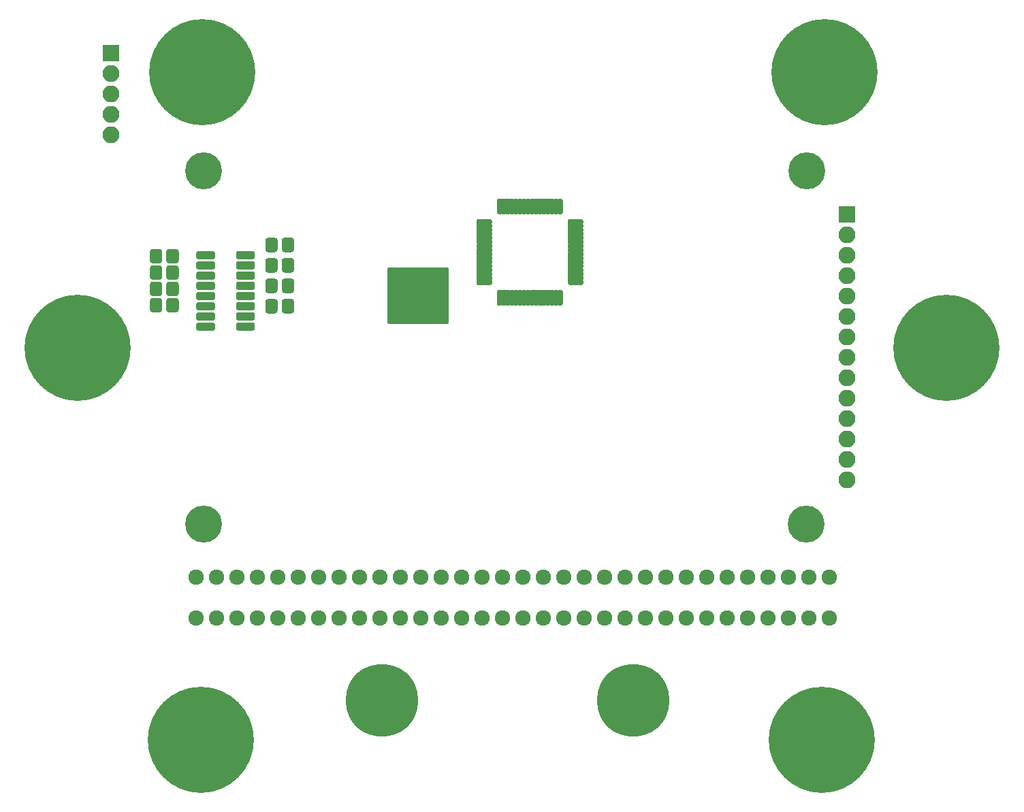
<source format=gbr>
G04 #@! TF.GenerationSoftware,KiCad,Pcbnew,5.1.6-c6e7f7d~86~ubuntu18.04.1*
G04 #@! TF.CreationDate,2020-07-20T00:11:47+01:00*
G04 #@! TF.ProjectId,ServerPSU_Breakout,53657276-6572-4505-9355-5f427265616b,rev?*
G04 #@! TF.SameCoordinates,Original*
G04 #@! TF.FileFunction,Soldermask,Bot*
G04 #@! TF.FilePolarity,Negative*
%FSLAX46Y46*%
G04 Gerber Fmt 4.6, Leading zero omitted, Abs format (unit mm)*
G04 Created by KiCad (PCBNEW 5.1.6-c6e7f7d~86~ubuntu18.04.1) date 2020-07-20 00:11:47*
%MOMM*%
%LPD*%
G01*
G04 APERTURE LIST*
%ADD10C,4.600000*%
%ADD11O,2.100000X2.100000*%
%ADD12R,2.100000X2.100000*%
%ADD13C,13.200000*%
%ADD14C,1.300000*%
%ADD15C,9.000000*%
%ADD16C,1.924000*%
%ADD17C,0.254000*%
G04 APERTURE END LIST*
D10*
X198297800Y-64160400D03*
D11*
X203276200Y-84886800D03*
X203276200Y-102666800D03*
X203276200Y-82346800D03*
X203276200Y-74726800D03*
D10*
X123266200Y-108127800D03*
D11*
X203276200Y-97586800D03*
D10*
X198221600Y-108127800D03*
D11*
X203276200Y-92506800D03*
X203276200Y-87426800D03*
D12*
X203276200Y-69646800D03*
D11*
X203276200Y-100126800D03*
D10*
X123266200Y-64185800D03*
D11*
X203276200Y-72186800D03*
X203276200Y-79806800D03*
X203276200Y-89966800D03*
X203276200Y-95046800D03*
X203276200Y-77266800D03*
D13*
X215646000Y-86233000D03*
D14*
X220446000Y-86233000D03*
X219040113Y-89627113D03*
X215646000Y-91033000D03*
X212251887Y-89627113D03*
X210846000Y-86233000D03*
X212251887Y-82838887D03*
X215646000Y-81433000D03*
X219040113Y-82838887D03*
D13*
X107569000Y-86233000D03*
D14*
X112369000Y-86233000D03*
X110963113Y-89627113D03*
X107569000Y-91033000D03*
X104174887Y-89627113D03*
X102769000Y-86233000D03*
X104174887Y-82838887D03*
X107569000Y-81433000D03*
X110963113Y-82838887D03*
D13*
X122872500Y-134937500D03*
D14*
X127672500Y-134937500D03*
X126266613Y-138331613D03*
X122872500Y-139737500D03*
X119478387Y-138331613D03*
X118072500Y-134937500D03*
X119478387Y-131543387D03*
X122872500Y-130137500D03*
X126266613Y-131543387D03*
D13*
X200152000Y-134937500D03*
D14*
X204952000Y-134937500D03*
X203546113Y-138331613D03*
X200152000Y-139737500D03*
X196757887Y-138331613D03*
X195352000Y-134937500D03*
X196757887Y-131543387D03*
X200152000Y-130137500D03*
X203546113Y-131543387D03*
D13*
X200469500Y-51943000D03*
D14*
X205269500Y-51943000D03*
X203863613Y-55337113D03*
X200469500Y-56743000D03*
X197075387Y-55337113D03*
X195669500Y-51943000D03*
X197075387Y-48548887D03*
X200469500Y-47143000D03*
X203863613Y-48548887D03*
X126457113Y-48548887D03*
X123063000Y-47143000D03*
X119668887Y-48548887D03*
X118263000Y-51943000D03*
X119668887Y-55337113D03*
X123063000Y-56743000D03*
X126457113Y-55337113D03*
X127863000Y-51943000D03*
D13*
X123063000Y-51943000D03*
D14*
X147695419Y-127767581D03*
X145415000Y-126823000D03*
X143134581Y-127767581D03*
X142190000Y-130048000D03*
X143134581Y-132328419D03*
X145415000Y-133273000D03*
X147695419Y-132328419D03*
X148640000Y-130048000D03*
D15*
X145415000Y-130048000D03*
D14*
X178937419Y-127767581D03*
X176657000Y-126823000D03*
X174376581Y-127767581D03*
X173432000Y-130048000D03*
X174376581Y-132328419D03*
X176657000Y-133273000D03*
X178937419Y-132328419D03*
X179882000Y-130048000D03*
D15*
X176657000Y-130048000D03*
G36*
G01*
X124684000Y-74426000D02*
X124684000Y-74926000D01*
G75*
G02*
X124434000Y-75176000I-250000J0D01*
G01*
X122584000Y-75176000D01*
G75*
G02*
X122334000Y-74926000I0J250000D01*
G01*
X122334000Y-74426000D01*
G75*
G02*
X122584000Y-74176000I250000J0D01*
G01*
X124434000Y-74176000D01*
G75*
G02*
X124684000Y-74426000I0J-250000D01*
G01*
G37*
G36*
G01*
X124684000Y-75696000D02*
X124684000Y-76196000D01*
G75*
G02*
X124434000Y-76446000I-250000J0D01*
G01*
X122584000Y-76446000D01*
G75*
G02*
X122334000Y-76196000I0J250000D01*
G01*
X122334000Y-75696000D01*
G75*
G02*
X122584000Y-75446000I250000J0D01*
G01*
X124434000Y-75446000D01*
G75*
G02*
X124684000Y-75696000I0J-250000D01*
G01*
G37*
G36*
G01*
X124684000Y-76966000D02*
X124684000Y-77466000D01*
G75*
G02*
X124434000Y-77716000I-250000J0D01*
G01*
X122584000Y-77716000D01*
G75*
G02*
X122334000Y-77466000I0J250000D01*
G01*
X122334000Y-76966000D01*
G75*
G02*
X122584000Y-76716000I250000J0D01*
G01*
X124434000Y-76716000D01*
G75*
G02*
X124684000Y-76966000I0J-250000D01*
G01*
G37*
G36*
G01*
X124684000Y-78236000D02*
X124684000Y-78736000D01*
G75*
G02*
X124434000Y-78986000I-250000J0D01*
G01*
X122584000Y-78986000D01*
G75*
G02*
X122334000Y-78736000I0J250000D01*
G01*
X122334000Y-78236000D01*
G75*
G02*
X122584000Y-77986000I250000J0D01*
G01*
X124434000Y-77986000D01*
G75*
G02*
X124684000Y-78236000I0J-250000D01*
G01*
G37*
G36*
G01*
X124684000Y-79506000D02*
X124684000Y-80006000D01*
G75*
G02*
X124434000Y-80256000I-250000J0D01*
G01*
X122584000Y-80256000D01*
G75*
G02*
X122334000Y-80006000I0J250000D01*
G01*
X122334000Y-79506000D01*
G75*
G02*
X122584000Y-79256000I250000J0D01*
G01*
X124434000Y-79256000D01*
G75*
G02*
X124684000Y-79506000I0J-250000D01*
G01*
G37*
G36*
G01*
X124684000Y-80776000D02*
X124684000Y-81276000D01*
G75*
G02*
X124434000Y-81526000I-250000J0D01*
G01*
X122584000Y-81526000D01*
G75*
G02*
X122334000Y-81276000I0J250000D01*
G01*
X122334000Y-80776000D01*
G75*
G02*
X122584000Y-80526000I250000J0D01*
G01*
X124434000Y-80526000D01*
G75*
G02*
X124684000Y-80776000I0J-250000D01*
G01*
G37*
G36*
G01*
X124684000Y-82046000D02*
X124684000Y-82546000D01*
G75*
G02*
X124434000Y-82796000I-250000J0D01*
G01*
X122584000Y-82796000D01*
G75*
G02*
X122334000Y-82546000I0J250000D01*
G01*
X122334000Y-82046000D01*
G75*
G02*
X122584000Y-81796000I250000J0D01*
G01*
X124434000Y-81796000D01*
G75*
G02*
X124684000Y-82046000I0J-250000D01*
G01*
G37*
G36*
G01*
X124684000Y-83316000D02*
X124684000Y-83816000D01*
G75*
G02*
X124434000Y-84066000I-250000J0D01*
G01*
X122584000Y-84066000D01*
G75*
G02*
X122334000Y-83816000I0J250000D01*
G01*
X122334000Y-83316000D01*
G75*
G02*
X122584000Y-83066000I250000J0D01*
G01*
X124434000Y-83066000D01*
G75*
G02*
X124684000Y-83316000I0J-250000D01*
G01*
G37*
G36*
G01*
X129634000Y-83316000D02*
X129634000Y-83816000D01*
G75*
G02*
X129384000Y-84066000I-250000J0D01*
G01*
X127534000Y-84066000D01*
G75*
G02*
X127284000Y-83816000I0J250000D01*
G01*
X127284000Y-83316000D01*
G75*
G02*
X127534000Y-83066000I250000J0D01*
G01*
X129384000Y-83066000D01*
G75*
G02*
X129634000Y-83316000I0J-250000D01*
G01*
G37*
G36*
G01*
X129634000Y-82046000D02*
X129634000Y-82546000D01*
G75*
G02*
X129384000Y-82796000I-250000J0D01*
G01*
X127534000Y-82796000D01*
G75*
G02*
X127284000Y-82546000I0J250000D01*
G01*
X127284000Y-82046000D01*
G75*
G02*
X127534000Y-81796000I250000J0D01*
G01*
X129384000Y-81796000D01*
G75*
G02*
X129634000Y-82046000I0J-250000D01*
G01*
G37*
G36*
G01*
X129634000Y-80776000D02*
X129634000Y-81276000D01*
G75*
G02*
X129384000Y-81526000I-250000J0D01*
G01*
X127534000Y-81526000D01*
G75*
G02*
X127284000Y-81276000I0J250000D01*
G01*
X127284000Y-80776000D01*
G75*
G02*
X127534000Y-80526000I250000J0D01*
G01*
X129384000Y-80526000D01*
G75*
G02*
X129634000Y-80776000I0J-250000D01*
G01*
G37*
G36*
G01*
X129634000Y-79506000D02*
X129634000Y-80006000D01*
G75*
G02*
X129384000Y-80256000I-250000J0D01*
G01*
X127534000Y-80256000D01*
G75*
G02*
X127284000Y-80006000I0J250000D01*
G01*
X127284000Y-79506000D01*
G75*
G02*
X127534000Y-79256000I250000J0D01*
G01*
X129384000Y-79256000D01*
G75*
G02*
X129634000Y-79506000I0J-250000D01*
G01*
G37*
G36*
G01*
X129634000Y-78236000D02*
X129634000Y-78736000D01*
G75*
G02*
X129384000Y-78986000I-250000J0D01*
G01*
X127534000Y-78986000D01*
G75*
G02*
X127284000Y-78736000I0J250000D01*
G01*
X127284000Y-78236000D01*
G75*
G02*
X127534000Y-77986000I250000J0D01*
G01*
X129384000Y-77986000D01*
G75*
G02*
X129634000Y-78236000I0J-250000D01*
G01*
G37*
G36*
G01*
X129634000Y-76966000D02*
X129634000Y-77466000D01*
G75*
G02*
X129384000Y-77716000I-250000J0D01*
G01*
X127534000Y-77716000D01*
G75*
G02*
X127284000Y-77466000I0J250000D01*
G01*
X127284000Y-76966000D01*
G75*
G02*
X127534000Y-76716000I250000J0D01*
G01*
X129384000Y-76716000D01*
G75*
G02*
X129634000Y-76966000I0J-250000D01*
G01*
G37*
G36*
G01*
X129634000Y-75696000D02*
X129634000Y-76196000D01*
G75*
G02*
X129384000Y-76446000I-250000J0D01*
G01*
X127534000Y-76446000D01*
G75*
G02*
X127284000Y-76196000I0J250000D01*
G01*
X127284000Y-75696000D01*
G75*
G02*
X127534000Y-75446000I250000J0D01*
G01*
X129384000Y-75446000D01*
G75*
G02*
X129634000Y-75696000I0J-250000D01*
G01*
G37*
G36*
G01*
X129634000Y-74426000D02*
X129634000Y-74926000D01*
G75*
G02*
X129384000Y-75176000I-250000J0D01*
G01*
X127534000Y-75176000D01*
G75*
G02*
X127284000Y-74926000I0J250000D01*
G01*
X127284000Y-74426000D01*
G75*
G02*
X127534000Y-74176000I250000J0D01*
G01*
X129384000Y-74176000D01*
G75*
G02*
X129634000Y-74426000I0J-250000D01*
G01*
G37*
G36*
G01*
X132965000Y-79049044D02*
X132965000Y-77922956D01*
G75*
G02*
X133301956Y-77586000I336956J0D01*
G01*
X134178044Y-77586000D01*
G75*
G02*
X134515000Y-77922956I0J-336956D01*
G01*
X134515000Y-79049044D01*
G75*
G02*
X134178044Y-79386000I-336956J0D01*
G01*
X133301956Y-79386000D01*
G75*
G02*
X132965000Y-79049044I0J336956D01*
G01*
G37*
G36*
G01*
X130915000Y-79049044D02*
X130915000Y-77922956D01*
G75*
G02*
X131251956Y-77586000I336956J0D01*
G01*
X132128044Y-77586000D01*
G75*
G02*
X132465000Y-77922956I0J-336956D01*
G01*
X132465000Y-79049044D01*
G75*
G02*
X132128044Y-79386000I-336956J0D01*
G01*
X131251956Y-79386000D01*
G75*
G02*
X130915000Y-79049044I0J336956D01*
G01*
G37*
G36*
G01*
X132965000Y-76509044D02*
X132965000Y-75382956D01*
G75*
G02*
X133301956Y-75046000I336956J0D01*
G01*
X134178044Y-75046000D01*
G75*
G02*
X134515000Y-75382956I0J-336956D01*
G01*
X134515000Y-76509044D01*
G75*
G02*
X134178044Y-76846000I-336956J0D01*
G01*
X133301956Y-76846000D01*
G75*
G02*
X132965000Y-76509044I0J336956D01*
G01*
G37*
G36*
G01*
X130915000Y-76509044D02*
X130915000Y-75382956D01*
G75*
G02*
X131251956Y-75046000I336956J0D01*
G01*
X132128044Y-75046000D01*
G75*
G02*
X132465000Y-75382956I0J-336956D01*
G01*
X132465000Y-76509044D01*
G75*
G02*
X132128044Y-76846000I-336956J0D01*
G01*
X131251956Y-76846000D01*
G75*
G02*
X130915000Y-76509044I0J336956D01*
G01*
G37*
G36*
G01*
X132965000Y-81589044D02*
X132965000Y-80462956D01*
G75*
G02*
X133301956Y-80126000I336956J0D01*
G01*
X134178044Y-80126000D01*
G75*
G02*
X134515000Y-80462956I0J-336956D01*
G01*
X134515000Y-81589044D01*
G75*
G02*
X134178044Y-81926000I-336956J0D01*
G01*
X133301956Y-81926000D01*
G75*
G02*
X132965000Y-81589044I0J336956D01*
G01*
G37*
G36*
G01*
X130915000Y-81589044D02*
X130915000Y-80462956D01*
G75*
G02*
X131251956Y-80126000I336956J0D01*
G01*
X132128044Y-80126000D01*
G75*
G02*
X132465000Y-80462956I0J-336956D01*
G01*
X132465000Y-81589044D01*
G75*
G02*
X132128044Y-81926000I-336956J0D01*
G01*
X131251956Y-81926000D01*
G75*
G02*
X130915000Y-81589044I0J336956D01*
G01*
G37*
G36*
G01*
X132965000Y-73969044D02*
X132965000Y-72842956D01*
G75*
G02*
X133301956Y-72506000I336956J0D01*
G01*
X134178044Y-72506000D01*
G75*
G02*
X134515000Y-72842956I0J-336956D01*
G01*
X134515000Y-73969044D01*
G75*
G02*
X134178044Y-74306000I-336956J0D01*
G01*
X133301956Y-74306000D01*
G75*
G02*
X132965000Y-73969044I0J336956D01*
G01*
G37*
G36*
G01*
X130915000Y-73969044D02*
X130915000Y-72842956D01*
G75*
G02*
X131251956Y-72506000I336956J0D01*
G01*
X132128044Y-72506000D01*
G75*
G02*
X132465000Y-72842956I0J-336956D01*
G01*
X132465000Y-73969044D01*
G75*
G02*
X132128044Y-74306000I-336956J0D01*
G01*
X131251956Y-74306000D01*
G75*
G02*
X130915000Y-73969044I0J336956D01*
G01*
G37*
G36*
G01*
X118114000Y-80335956D02*
X118114000Y-81462044D01*
G75*
G02*
X117777044Y-81799000I-336956J0D01*
G01*
X116900956Y-81799000D01*
G75*
G02*
X116564000Y-81462044I0J336956D01*
G01*
X116564000Y-80335956D01*
G75*
G02*
X116900956Y-79999000I336956J0D01*
G01*
X117777044Y-79999000D01*
G75*
G02*
X118114000Y-80335956I0J-336956D01*
G01*
G37*
G36*
G01*
X120164000Y-80335956D02*
X120164000Y-81462044D01*
G75*
G02*
X119827044Y-81799000I-336956J0D01*
G01*
X118950956Y-81799000D01*
G75*
G02*
X118614000Y-81462044I0J336956D01*
G01*
X118614000Y-80335956D01*
G75*
G02*
X118950956Y-79999000I336956J0D01*
G01*
X119827044Y-79999000D01*
G75*
G02*
X120164000Y-80335956I0J-336956D01*
G01*
G37*
G36*
G01*
X118114000Y-74239956D02*
X118114000Y-75366044D01*
G75*
G02*
X117777044Y-75703000I-336956J0D01*
G01*
X116900956Y-75703000D01*
G75*
G02*
X116564000Y-75366044I0J336956D01*
G01*
X116564000Y-74239956D01*
G75*
G02*
X116900956Y-73903000I336956J0D01*
G01*
X117777044Y-73903000D01*
G75*
G02*
X118114000Y-74239956I0J-336956D01*
G01*
G37*
G36*
G01*
X120164000Y-74239956D02*
X120164000Y-75366044D01*
G75*
G02*
X119827044Y-75703000I-336956J0D01*
G01*
X118950956Y-75703000D01*
G75*
G02*
X118614000Y-75366044I0J336956D01*
G01*
X118614000Y-74239956D01*
G75*
G02*
X118950956Y-73903000I336956J0D01*
G01*
X119827044Y-73903000D01*
G75*
G02*
X120164000Y-74239956I0J-336956D01*
G01*
G37*
G36*
G01*
X118114000Y-76271956D02*
X118114000Y-77398044D01*
G75*
G02*
X117777044Y-77735000I-336956J0D01*
G01*
X116900956Y-77735000D01*
G75*
G02*
X116564000Y-77398044I0J336956D01*
G01*
X116564000Y-76271956D01*
G75*
G02*
X116900956Y-75935000I336956J0D01*
G01*
X117777044Y-75935000D01*
G75*
G02*
X118114000Y-76271956I0J-336956D01*
G01*
G37*
G36*
G01*
X120164000Y-76271956D02*
X120164000Y-77398044D01*
G75*
G02*
X119827044Y-77735000I-336956J0D01*
G01*
X118950956Y-77735000D01*
G75*
G02*
X118614000Y-77398044I0J336956D01*
G01*
X118614000Y-76271956D01*
G75*
G02*
X118950956Y-75935000I336956J0D01*
G01*
X119827044Y-75935000D01*
G75*
G02*
X120164000Y-76271956I0J-336956D01*
G01*
G37*
G36*
G01*
X118114000Y-78303956D02*
X118114000Y-79430044D01*
G75*
G02*
X117777044Y-79767000I-336956J0D01*
G01*
X116900956Y-79767000D01*
G75*
G02*
X116564000Y-79430044I0J336956D01*
G01*
X116564000Y-78303956D01*
G75*
G02*
X116900956Y-77967000I336956J0D01*
G01*
X117777044Y-77967000D01*
G75*
G02*
X118114000Y-78303956I0J-336956D01*
G01*
G37*
G36*
G01*
X120164000Y-78303956D02*
X120164000Y-79430044D01*
G75*
G02*
X119827044Y-79767000I-336956J0D01*
G01*
X118950956Y-79767000D01*
G75*
G02*
X118614000Y-79430044I0J336956D01*
G01*
X118614000Y-78303956D01*
G75*
G02*
X118950956Y-77967000I336956J0D01*
G01*
X119827044Y-77967000D01*
G75*
G02*
X120164000Y-78303956I0J-336956D01*
G01*
G37*
D11*
X111760000Y-59690000D03*
X111760000Y-57150000D03*
X111760000Y-54610000D03*
X111760000Y-52070000D03*
D12*
X111760000Y-49530000D03*
G36*
G01*
X157355000Y-70195000D02*
X158955000Y-70195000D01*
G75*
G02*
X159130000Y-70370000I0J-175000D01*
G01*
X159130000Y-70720000D01*
G75*
G02*
X158955000Y-70895000I-175000J0D01*
G01*
X157355000Y-70895000D01*
G75*
G02*
X157180000Y-70720000I0J175000D01*
G01*
X157180000Y-70370000D01*
G75*
G02*
X157355000Y-70195000I175000J0D01*
G01*
G37*
G36*
G01*
X157355000Y-70695000D02*
X158955000Y-70695000D01*
G75*
G02*
X159130000Y-70870000I0J-175000D01*
G01*
X159130000Y-71220000D01*
G75*
G02*
X158955000Y-71395000I-175000J0D01*
G01*
X157355000Y-71395000D01*
G75*
G02*
X157180000Y-71220000I0J175000D01*
G01*
X157180000Y-70870000D01*
G75*
G02*
X157355000Y-70695000I175000J0D01*
G01*
G37*
G36*
G01*
X157355000Y-71195000D02*
X158955000Y-71195000D01*
G75*
G02*
X159130000Y-71370000I0J-175000D01*
G01*
X159130000Y-71720000D01*
G75*
G02*
X158955000Y-71895000I-175000J0D01*
G01*
X157355000Y-71895000D01*
G75*
G02*
X157180000Y-71720000I0J175000D01*
G01*
X157180000Y-71370000D01*
G75*
G02*
X157355000Y-71195000I175000J0D01*
G01*
G37*
G36*
G01*
X157355000Y-71695000D02*
X158955000Y-71695000D01*
G75*
G02*
X159130000Y-71870000I0J-175000D01*
G01*
X159130000Y-72220000D01*
G75*
G02*
X158955000Y-72395000I-175000J0D01*
G01*
X157355000Y-72395000D01*
G75*
G02*
X157180000Y-72220000I0J175000D01*
G01*
X157180000Y-71870000D01*
G75*
G02*
X157355000Y-71695000I175000J0D01*
G01*
G37*
G36*
G01*
X157355000Y-72195000D02*
X158955000Y-72195000D01*
G75*
G02*
X159130000Y-72370000I0J-175000D01*
G01*
X159130000Y-72720000D01*
G75*
G02*
X158955000Y-72895000I-175000J0D01*
G01*
X157355000Y-72895000D01*
G75*
G02*
X157180000Y-72720000I0J175000D01*
G01*
X157180000Y-72370000D01*
G75*
G02*
X157355000Y-72195000I175000J0D01*
G01*
G37*
G36*
G01*
X157355000Y-72695000D02*
X158955000Y-72695000D01*
G75*
G02*
X159130000Y-72870000I0J-175000D01*
G01*
X159130000Y-73220000D01*
G75*
G02*
X158955000Y-73395000I-175000J0D01*
G01*
X157355000Y-73395000D01*
G75*
G02*
X157180000Y-73220000I0J175000D01*
G01*
X157180000Y-72870000D01*
G75*
G02*
X157355000Y-72695000I175000J0D01*
G01*
G37*
G36*
G01*
X157355000Y-73195000D02*
X158955000Y-73195000D01*
G75*
G02*
X159130000Y-73370000I0J-175000D01*
G01*
X159130000Y-73720000D01*
G75*
G02*
X158955000Y-73895000I-175000J0D01*
G01*
X157355000Y-73895000D01*
G75*
G02*
X157180000Y-73720000I0J175000D01*
G01*
X157180000Y-73370000D01*
G75*
G02*
X157355000Y-73195000I175000J0D01*
G01*
G37*
G36*
G01*
X157355000Y-73695000D02*
X158955000Y-73695000D01*
G75*
G02*
X159130000Y-73870000I0J-175000D01*
G01*
X159130000Y-74220000D01*
G75*
G02*
X158955000Y-74395000I-175000J0D01*
G01*
X157355000Y-74395000D01*
G75*
G02*
X157180000Y-74220000I0J175000D01*
G01*
X157180000Y-73870000D01*
G75*
G02*
X157355000Y-73695000I175000J0D01*
G01*
G37*
G36*
G01*
X157355000Y-74195000D02*
X158955000Y-74195000D01*
G75*
G02*
X159130000Y-74370000I0J-175000D01*
G01*
X159130000Y-74720000D01*
G75*
G02*
X158955000Y-74895000I-175000J0D01*
G01*
X157355000Y-74895000D01*
G75*
G02*
X157180000Y-74720000I0J175000D01*
G01*
X157180000Y-74370000D01*
G75*
G02*
X157355000Y-74195000I175000J0D01*
G01*
G37*
G36*
G01*
X157355000Y-74695000D02*
X158955000Y-74695000D01*
G75*
G02*
X159130000Y-74870000I0J-175000D01*
G01*
X159130000Y-75220000D01*
G75*
G02*
X158955000Y-75395000I-175000J0D01*
G01*
X157355000Y-75395000D01*
G75*
G02*
X157180000Y-75220000I0J175000D01*
G01*
X157180000Y-74870000D01*
G75*
G02*
X157355000Y-74695000I175000J0D01*
G01*
G37*
G36*
G01*
X157355000Y-75195000D02*
X158955000Y-75195000D01*
G75*
G02*
X159130000Y-75370000I0J-175000D01*
G01*
X159130000Y-75720000D01*
G75*
G02*
X158955000Y-75895000I-175000J0D01*
G01*
X157355000Y-75895000D01*
G75*
G02*
X157180000Y-75720000I0J175000D01*
G01*
X157180000Y-75370000D01*
G75*
G02*
X157355000Y-75195000I175000J0D01*
G01*
G37*
G36*
G01*
X157355000Y-75695000D02*
X158955000Y-75695000D01*
G75*
G02*
X159130000Y-75870000I0J-175000D01*
G01*
X159130000Y-76220000D01*
G75*
G02*
X158955000Y-76395000I-175000J0D01*
G01*
X157355000Y-76395000D01*
G75*
G02*
X157180000Y-76220000I0J175000D01*
G01*
X157180000Y-75870000D01*
G75*
G02*
X157355000Y-75695000I175000J0D01*
G01*
G37*
G36*
G01*
X157355000Y-76195000D02*
X158955000Y-76195000D01*
G75*
G02*
X159130000Y-76370000I0J-175000D01*
G01*
X159130000Y-76720000D01*
G75*
G02*
X158955000Y-76895000I-175000J0D01*
G01*
X157355000Y-76895000D01*
G75*
G02*
X157180000Y-76720000I0J175000D01*
G01*
X157180000Y-76370000D01*
G75*
G02*
X157355000Y-76195000I175000J0D01*
G01*
G37*
G36*
G01*
X157355000Y-76695000D02*
X158955000Y-76695000D01*
G75*
G02*
X159130000Y-76870000I0J-175000D01*
G01*
X159130000Y-77220000D01*
G75*
G02*
X158955000Y-77395000I-175000J0D01*
G01*
X157355000Y-77395000D01*
G75*
G02*
X157180000Y-77220000I0J175000D01*
G01*
X157180000Y-76870000D01*
G75*
G02*
X157355000Y-76695000I175000J0D01*
G01*
G37*
G36*
G01*
X157355000Y-77195000D02*
X158955000Y-77195000D01*
G75*
G02*
X159130000Y-77370000I0J-175000D01*
G01*
X159130000Y-77720000D01*
G75*
G02*
X158955000Y-77895000I-175000J0D01*
G01*
X157355000Y-77895000D01*
G75*
G02*
X157180000Y-77720000I0J175000D01*
G01*
X157180000Y-77370000D01*
G75*
G02*
X157355000Y-77195000I175000J0D01*
G01*
G37*
G36*
G01*
X157355000Y-77695000D02*
X158955000Y-77695000D01*
G75*
G02*
X159130000Y-77870000I0J-175000D01*
G01*
X159130000Y-78220000D01*
G75*
G02*
X158955000Y-78395000I-175000J0D01*
G01*
X157355000Y-78395000D01*
G75*
G02*
X157180000Y-78220000I0J175000D01*
G01*
X157180000Y-77870000D01*
G75*
G02*
X157355000Y-77695000I175000J0D01*
G01*
G37*
G36*
G01*
X159905000Y-78995000D02*
X160255000Y-78995000D01*
G75*
G02*
X160430000Y-79170000I0J-175000D01*
G01*
X160430000Y-80770000D01*
G75*
G02*
X160255000Y-80945000I-175000J0D01*
G01*
X159905000Y-80945000D01*
G75*
G02*
X159730000Y-80770000I0J175000D01*
G01*
X159730000Y-79170000D01*
G75*
G02*
X159905000Y-78995000I175000J0D01*
G01*
G37*
G36*
G01*
X160405000Y-78995000D02*
X160755000Y-78995000D01*
G75*
G02*
X160930000Y-79170000I0J-175000D01*
G01*
X160930000Y-80770000D01*
G75*
G02*
X160755000Y-80945000I-175000J0D01*
G01*
X160405000Y-80945000D01*
G75*
G02*
X160230000Y-80770000I0J175000D01*
G01*
X160230000Y-79170000D01*
G75*
G02*
X160405000Y-78995000I175000J0D01*
G01*
G37*
G36*
G01*
X160905000Y-78995000D02*
X161255000Y-78995000D01*
G75*
G02*
X161430000Y-79170000I0J-175000D01*
G01*
X161430000Y-80770000D01*
G75*
G02*
X161255000Y-80945000I-175000J0D01*
G01*
X160905000Y-80945000D01*
G75*
G02*
X160730000Y-80770000I0J175000D01*
G01*
X160730000Y-79170000D01*
G75*
G02*
X160905000Y-78995000I175000J0D01*
G01*
G37*
G36*
G01*
X161405000Y-78995000D02*
X161755000Y-78995000D01*
G75*
G02*
X161930000Y-79170000I0J-175000D01*
G01*
X161930000Y-80770000D01*
G75*
G02*
X161755000Y-80945000I-175000J0D01*
G01*
X161405000Y-80945000D01*
G75*
G02*
X161230000Y-80770000I0J175000D01*
G01*
X161230000Y-79170000D01*
G75*
G02*
X161405000Y-78995000I175000J0D01*
G01*
G37*
G36*
G01*
X161905000Y-78995000D02*
X162255000Y-78995000D01*
G75*
G02*
X162430000Y-79170000I0J-175000D01*
G01*
X162430000Y-80770000D01*
G75*
G02*
X162255000Y-80945000I-175000J0D01*
G01*
X161905000Y-80945000D01*
G75*
G02*
X161730000Y-80770000I0J175000D01*
G01*
X161730000Y-79170000D01*
G75*
G02*
X161905000Y-78995000I175000J0D01*
G01*
G37*
G36*
G01*
X162405000Y-78995000D02*
X162755000Y-78995000D01*
G75*
G02*
X162930000Y-79170000I0J-175000D01*
G01*
X162930000Y-80770000D01*
G75*
G02*
X162755000Y-80945000I-175000J0D01*
G01*
X162405000Y-80945000D01*
G75*
G02*
X162230000Y-80770000I0J175000D01*
G01*
X162230000Y-79170000D01*
G75*
G02*
X162405000Y-78995000I175000J0D01*
G01*
G37*
G36*
G01*
X162905000Y-78995000D02*
X163255000Y-78995000D01*
G75*
G02*
X163430000Y-79170000I0J-175000D01*
G01*
X163430000Y-80770000D01*
G75*
G02*
X163255000Y-80945000I-175000J0D01*
G01*
X162905000Y-80945000D01*
G75*
G02*
X162730000Y-80770000I0J175000D01*
G01*
X162730000Y-79170000D01*
G75*
G02*
X162905000Y-78995000I175000J0D01*
G01*
G37*
G36*
G01*
X163405000Y-78995000D02*
X163755000Y-78995000D01*
G75*
G02*
X163930000Y-79170000I0J-175000D01*
G01*
X163930000Y-80770000D01*
G75*
G02*
X163755000Y-80945000I-175000J0D01*
G01*
X163405000Y-80945000D01*
G75*
G02*
X163230000Y-80770000I0J175000D01*
G01*
X163230000Y-79170000D01*
G75*
G02*
X163405000Y-78995000I175000J0D01*
G01*
G37*
G36*
G01*
X163905000Y-78995000D02*
X164255000Y-78995000D01*
G75*
G02*
X164430000Y-79170000I0J-175000D01*
G01*
X164430000Y-80770000D01*
G75*
G02*
X164255000Y-80945000I-175000J0D01*
G01*
X163905000Y-80945000D01*
G75*
G02*
X163730000Y-80770000I0J175000D01*
G01*
X163730000Y-79170000D01*
G75*
G02*
X163905000Y-78995000I175000J0D01*
G01*
G37*
G36*
G01*
X164405000Y-78995000D02*
X164755000Y-78995000D01*
G75*
G02*
X164930000Y-79170000I0J-175000D01*
G01*
X164930000Y-80770000D01*
G75*
G02*
X164755000Y-80945000I-175000J0D01*
G01*
X164405000Y-80945000D01*
G75*
G02*
X164230000Y-80770000I0J175000D01*
G01*
X164230000Y-79170000D01*
G75*
G02*
X164405000Y-78995000I175000J0D01*
G01*
G37*
G36*
G01*
X164905000Y-78995000D02*
X165255000Y-78995000D01*
G75*
G02*
X165430000Y-79170000I0J-175000D01*
G01*
X165430000Y-80770000D01*
G75*
G02*
X165255000Y-80945000I-175000J0D01*
G01*
X164905000Y-80945000D01*
G75*
G02*
X164730000Y-80770000I0J175000D01*
G01*
X164730000Y-79170000D01*
G75*
G02*
X164905000Y-78995000I175000J0D01*
G01*
G37*
G36*
G01*
X165405000Y-78995000D02*
X165755000Y-78995000D01*
G75*
G02*
X165930000Y-79170000I0J-175000D01*
G01*
X165930000Y-80770000D01*
G75*
G02*
X165755000Y-80945000I-175000J0D01*
G01*
X165405000Y-80945000D01*
G75*
G02*
X165230000Y-80770000I0J175000D01*
G01*
X165230000Y-79170000D01*
G75*
G02*
X165405000Y-78995000I175000J0D01*
G01*
G37*
G36*
G01*
X165905000Y-78995000D02*
X166255000Y-78995000D01*
G75*
G02*
X166430000Y-79170000I0J-175000D01*
G01*
X166430000Y-80770000D01*
G75*
G02*
X166255000Y-80945000I-175000J0D01*
G01*
X165905000Y-80945000D01*
G75*
G02*
X165730000Y-80770000I0J175000D01*
G01*
X165730000Y-79170000D01*
G75*
G02*
X165905000Y-78995000I175000J0D01*
G01*
G37*
G36*
G01*
X166405000Y-78995000D02*
X166755000Y-78995000D01*
G75*
G02*
X166930000Y-79170000I0J-175000D01*
G01*
X166930000Y-80770000D01*
G75*
G02*
X166755000Y-80945000I-175000J0D01*
G01*
X166405000Y-80945000D01*
G75*
G02*
X166230000Y-80770000I0J175000D01*
G01*
X166230000Y-79170000D01*
G75*
G02*
X166405000Y-78995000I175000J0D01*
G01*
G37*
G36*
G01*
X166905000Y-78995000D02*
X167255000Y-78995000D01*
G75*
G02*
X167430000Y-79170000I0J-175000D01*
G01*
X167430000Y-80770000D01*
G75*
G02*
X167255000Y-80945000I-175000J0D01*
G01*
X166905000Y-80945000D01*
G75*
G02*
X166730000Y-80770000I0J175000D01*
G01*
X166730000Y-79170000D01*
G75*
G02*
X166905000Y-78995000I175000J0D01*
G01*
G37*
G36*
G01*
X167405000Y-78995000D02*
X167755000Y-78995000D01*
G75*
G02*
X167930000Y-79170000I0J-175000D01*
G01*
X167930000Y-80770000D01*
G75*
G02*
X167755000Y-80945000I-175000J0D01*
G01*
X167405000Y-80945000D01*
G75*
G02*
X167230000Y-80770000I0J175000D01*
G01*
X167230000Y-79170000D01*
G75*
G02*
X167405000Y-78995000I175000J0D01*
G01*
G37*
G36*
G01*
X168705000Y-77695000D02*
X170305000Y-77695000D01*
G75*
G02*
X170480000Y-77870000I0J-175000D01*
G01*
X170480000Y-78220000D01*
G75*
G02*
X170305000Y-78395000I-175000J0D01*
G01*
X168705000Y-78395000D01*
G75*
G02*
X168530000Y-78220000I0J175000D01*
G01*
X168530000Y-77870000D01*
G75*
G02*
X168705000Y-77695000I175000J0D01*
G01*
G37*
G36*
G01*
X168705000Y-77195000D02*
X170305000Y-77195000D01*
G75*
G02*
X170480000Y-77370000I0J-175000D01*
G01*
X170480000Y-77720000D01*
G75*
G02*
X170305000Y-77895000I-175000J0D01*
G01*
X168705000Y-77895000D01*
G75*
G02*
X168530000Y-77720000I0J175000D01*
G01*
X168530000Y-77370000D01*
G75*
G02*
X168705000Y-77195000I175000J0D01*
G01*
G37*
G36*
G01*
X168705000Y-76695000D02*
X170305000Y-76695000D01*
G75*
G02*
X170480000Y-76870000I0J-175000D01*
G01*
X170480000Y-77220000D01*
G75*
G02*
X170305000Y-77395000I-175000J0D01*
G01*
X168705000Y-77395000D01*
G75*
G02*
X168530000Y-77220000I0J175000D01*
G01*
X168530000Y-76870000D01*
G75*
G02*
X168705000Y-76695000I175000J0D01*
G01*
G37*
G36*
G01*
X168705000Y-76195000D02*
X170305000Y-76195000D01*
G75*
G02*
X170480000Y-76370000I0J-175000D01*
G01*
X170480000Y-76720000D01*
G75*
G02*
X170305000Y-76895000I-175000J0D01*
G01*
X168705000Y-76895000D01*
G75*
G02*
X168530000Y-76720000I0J175000D01*
G01*
X168530000Y-76370000D01*
G75*
G02*
X168705000Y-76195000I175000J0D01*
G01*
G37*
G36*
G01*
X168705000Y-75695000D02*
X170305000Y-75695000D01*
G75*
G02*
X170480000Y-75870000I0J-175000D01*
G01*
X170480000Y-76220000D01*
G75*
G02*
X170305000Y-76395000I-175000J0D01*
G01*
X168705000Y-76395000D01*
G75*
G02*
X168530000Y-76220000I0J175000D01*
G01*
X168530000Y-75870000D01*
G75*
G02*
X168705000Y-75695000I175000J0D01*
G01*
G37*
G36*
G01*
X168705000Y-75195000D02*
X170305000Y-75195000D01*
G75*
G02*
X170480000Y-75370000I0J-175000D01*
G01*
X170480000Y-75720000D01*
G75*
G02*
X170305000Y-75895000I-175000J0D01*
G01*
X168705000Y-75895000D01*
G75*
G02*
X168530000Y-75720000I0J175000D01*
G01*
X168530000Y-75370000D01*
G75*
G02*
X168705000Y-75195000I175000J0D01*
G01*
G37*
G36*
G01*
X168705000Y-74695000D02*
X170305000Y-74695000D01*
G75*
G02*
X170480000Y-74870000I0J-175000D01*
G01*
X170480000Y-75220000D01*
G75*
G02*
X170305000Y-75395000I-175000J0D01*
G01*
X168705000Y-75395000D01*
G75*
G02*
X168530000Y-75220000I0J175000D01*
G01*
X168530000Y-74870000D01*
G75*
G02*
X168705000Y-74695000I175000J0D01*
G01*
G37*
G36*
G01*
X168705000Y-74195000D02*
X170305000Y-74195000D01*
G75*
G02*
X170480000Y-74370000I0J-175000D01*
G01*
X170480000Y-74720000D01*
G75*
G02*
X170305000Y-74895000I-175000J0D01*
G01*
X168705000Y-74895000D01*
G75*
G02*
X168530000Y-74720000I0J175000D01*
G01*
X168530000Y-74370000D01*
G75*
G02*
X168705000Y-74195000I175000J0D01*
G01*
G37*
G36*
G01*
X168705000Y-73695000D02*
X170305000Y-73695000D01*
G75*
G02*
X170480000Y-73870000I0J-175000D01*
G01*
X170480000Y-74220000D01*
G75*
G02*
X170305000Y-74395000I-175000J0D01*
G01*
X168705000Y-74395000D01*
G75*
G02*
X168530000Y-74220000I0J175000D01*
G01*
X168530000Y-73870000D01*
G75*
G02*
X168705000Y-73695000I175000J0D01*
G01*
G37*
G36*
G01*
X168705000Y-73195000D02*
X170305000Y-73195000D01*
G75*
G02*
X170480000Y-73370000I0J-175000D01*
G01*
X170480000Y-73720000D01*
G75*
G02*
X170305000Y-73895000I-175000J0D01*
G01*
X168705000Y-73895000D01*
G75*
G02*
X168530000Y-73720000I0J175000D01*
G01*
X168530000Y-73370000D01*
G75*
G02*
X168705000Y-73195000I175000J0D01*
G01*
G37*
G36*
G01*
X168705000Y-72695000D02*
X170305000Y-72695000D01*
G75*
G02*
X170480000Y-72870000I0J-175000D01*
G01*
X170480000Y-73220000D01*
G75*
G02*
X170305000Y-73395000I-175000J0D01*
G01*
X168705000Y-73395000D01*
G75*
G02*
X168530000Y-73220000I0J175000D01*
G01*
X168530000Y-72870000D01*
G75*
G02*
X168705000Y-72695000I175000J0D01*
G01*
G37*
G36*
G01*
X168705000Y-72195000D02*
X170305000Y-72195000D01*
G75*
G02*
X170480000Y-72370000I0J-175000D01*
G01*
X170480000Y-72720000D01*
G75*
G02*
X170305000Y-72895000I-175000J0D01*
G01*
X168705000Y-72895000D01*
G75*
G02*
X168530000Y-72720000I0J175000D01*
G01*
X168530000Y-72370000D01*
G75*
G02*
X168705000Y-72195000I175000J0D01*
G01*
G37*
G36*
G01*
X168705000Y-71695000D02*
X170305000Y-71695000D01*
G75*
G02*
X170480000Y-71870000I0J-175000D01*
G01*
X170480000Y-72220000D01*
G75*
G02*
X170305000Y-72395000I-175000J0D01*
G01*
X168705000Y-72395000D01*
G75*
G02*
X168530000Y-72220000I0J175000D01*
G01*
X168530000Y-71870000D01*
G75*
G02*
X168705000Y-71695000I175000J0D01*
G01*
G37*
G36*
G01*
X168705000Y-71195000D02*
X170305000Y-71195000D01*
G75*
G02*
X170480000Y-71370000I0J-175000D01*
G01*
X170480000Y-71720000D01*
G75*
G02*
X170305000Y-71895000I-175000J0D01*
G01*
X168705000Y-71895000D01*
G75*
G02*
X168530000Y-71720000I0J175000D01*
G01*
X168530000Y-71370000D01*
G75*
G02*
X168705000Y-71195000I175000J0D01*
G01*
G37*
G36*
G01*
X168705000Y-70695000D02*
X170305000Y-70695000D01*
G75*
G02*
X170480000Y-70870000I0J-175000D01*
G01*
X170480000Y-71220000D01*
G75*
G02*
X170305000Y-71395000I-175000J0D01*
G01*
X168705000Y-71395000D01*
G75*
G02*
X168530000Y-71220000I0J175000D01*
G01*
X168530000Y-70870000D01*
G75*
G02*
X168705000Y-70695000I175000J0D01*
G01*
G37*
G36*
G01*
X168705000Y-70195000D02*
X170305000Y-70195000D01*
G75*
G02*
X170480000Y-70370000I0J-175000D01*
G01*
X170480000Y-70720000D01*
G75*
G02*
X170305000Y-70895000I-175000J0D01*
G01*
X168705000Y-70895000D01*
G75*
G02*
X168530000Y-70720000I0J175000D01*
G01*
X168530000Y-70370000D01*
G75*
G02*
X168705000Y-70195000I175000J0D01*
G01*
G37*
G36*
G01*
X167405000Y-67645000D02*
X167755000Y-67645000D01*
G75*
G02*
X167930000Y-67820000I0J-175000D01*
G01*
X167930000Y-69420000D01*
G75*
G02*
X167755000Y-69595000I-175000J0D01*
G01*
X167405000Y-69595000D01*
G75*
G02*
X167230000Y-69420000I0J175000D01*
G01*
X167230000Y-67820000D01*
G75*
G02*
X167405000Y-67645000I175000J0D01*
G01*
G37*
G36*
G01*
X166905000Y-67645000D02*
X167255000Y-67645000D01*
G75*
G02*
X167430000Y-67820000I0J-175000D01*
G01*
X167430000Y-69420000D01*
G75*
G02*
X167255000Y-69595000I-175000J0D01*
G01*
X166905000Y-69595000D01*
G75*
G02*
X166730000Y-69420000I0J175000D01*
G01*
X166730000Y-67820000D01*
G75*
G02*
X166905000Y-67645000I175000J0D01*
G01*
G37*
G36*
G01*
X166405000Y-67645000D02*
X166755000Y-67645000D01*
G75*
G02*
X166930000Y-67820000I0J-175000D01*
G01*
X166930000Y-69420000D01*
G75*
G02*
X166755000Y-69595000I-175000J0D01*
G01*
X166405000Y-69595000D01*
G75*
G02*
X166230000Y-69420000I0J175000D01*
G01*
X166230000Y-67820000D01*
G75*
G02*
X166405000Y-67645000I175000J0D01*
G01*
G37*
G36*
G01*
X165905000Y-67645000D02*
X166255000Y-67645000D01*
G75*
G02*
X166430000Y-67820000I0J-175000D01*
G01*
X166430000Y-69420000D01*
G75*
G02*
X166255000Y-69595000I-175000J0D01*
G01*
X165905000Y-69595000D01*
G75*
G02*
X165730000Y-69420000I0J175000D01*
G01*
X165730000Y-67820000D01*
G75*
G02*
X165905000Y-67645000I175000J0D01*
G01*
G37*
G36*
G01*
X165405000Y-67645000D02*
X165755000Y-67645000D01*
G75*
G02*
X165930000Y-67820000I0J-175000D01*
G01*
X165930000Y-69420000D01*
G75*
G02*
X165755000Y-69595000I-175000J0D01*
G01*
X165405000Y-69595000D01*
G75*
G02*
X165230000Y-69420000I0J175000D01*
G01*
X165230000Y-67820000D01*
G75*
G02*
X165405000Y-67645000I175000J0D01*
G01*
G37*
G36*
G01*
X164905000Y-67645000D02*
X165255000Y-67645000D01*
G75*
G02*
X165430000Y-67820000I0J-175000D01*
G01*
X165430000Y-69420000D01*
G75*
G02*
X165255000Y-69595000I-175000J0D01*
G01*
X164905000Y-69595000D01*
G75*
G02*
X164730000Y-69420000I0J175000D01*
G01*
X164730000Y-67820000D01*
G75*
G02*
X164905000Y-67645000I175000J0D01*
G01*
G37*
G36*
G01*
X164405000Y-67645000D02*
X164755000Y-67645000D01*
G75*
G02*
X164930000Y-67820000I0J-175000D01*
G01*
X164930000Y-69420000D01*
G75*
G02*
X164755000Y-69595000I-175000J0D01*
G01*
X164405000Y-69595000D01*
G75*
G02*
X164230000Y-69420000I0J175000D01*
G01*
X164230000Y-67820000D01*
G75*
G02*
X164405000Y-67645000I175000J0D01*
G01*
G37*
G36*
G01*
X163905000Y-67645000D02*
X164255000Y-67645000D01*
G75*
G02*
X164430000Y-67820000I0J-175000D01*
G01*
X164430000Y-69420000D01*
G75*
G02*
X164255000Y-69595000I-175000J0D01*
G01*
X163905000Y-69595000D01*
G75*
G02*
X163730000Y-69420000I0J175000D01*
G01*
X163730000Y-67820000D01*
G75*
G02*
X163905000Y-67645000I175000J0D01*
G01*
G37*
G36*
G01*
X163405000Y-67645000D02*
X163755000Y-67645000D01*
G75*
G02*
X163930000Y-67820000I0J-175000D01*
G01*
X163930000Y-69420000D01*
G75*
G02*
X163755000Y-69595000I-175000J0D01*
G01*
X163405000Y-69595000D01*
G75*
G02*
X163230000Y-69420000I0J175000D01*
G01*
X163230000Y-67820000D01*
G75*
G02*
X163405000Y-67645000I175000J0D01*
G01*
G37*
G36*
G01*
X162905000Y-67645000D02*
X163255000Y-67645000D01*
G75*
G02*
X163430000Y-67820000I0J-175000D01*
G01*
X163430000Y-69420000D01*
G75*
G02*
X163255000Y-69595000I-175000J0D01*
G01*
X162905000Y-69595000D01*
G75*
G02*
X162730000Y-69420000I0J175000D01*
G01*
X162730000Y-67820000D01*
G75*
G02*
X162905000Y-67645000I175000J0D01*
G01*
G37*
G36*
G01*
X162405000Y-67645000D02*
X162755000Y-67645000D01*
G75*
G02*
X162930000Y-67820000I0J-175000D01*
G01*
X162930000Y-69420000D01*
G75*
G02*
X162755000Y-69595000I-175000J0D01*
G01*
X162405000Y-69595000D01*
G75*
G02*
X162230000Y-69420000I0J175000D01*
G01*
X162230000Y-67820000D01*
G75*
G02*
X162405000Y-67645000I175000J0D01*
G01*
G37*
G36*
G01*
X161905000Y-67645000D02*
X162255000Y-67645000D01*
G75*
G02*
X162430000Y-67820000I0J-175000D01*
G01*
X162430000Y-69420000D01*
G75*
G02*
X162255000Y-69595000I-175000J0D01*
G01*
X161905000Y-69595000D01*
G75*
G02*
X161730000Y-69420000I0J175000D01*
G01*
X161730000Y-67820000D01*
G75*
G02*
X161905000Y-67645000I175000J0D01*
G01*
G37*
G36*
G01*
X161405000Y-67645000D02*
X161755000Y-67645000D01*
G75*
G02*
X161930000Y-67820000I0J-175000D01*
G01*
X161930000Y-69420000D01*
G75*
G02*
X161755000Y-69595000I-175000J0D01*
G01*
X161405000Y-69595000D01*
G75*
G02*
X161230000Y-69420000I0J175000D01*
G01*
X161230000Y-67820000D01*
G75*
G02*
X161405000Y-67645000I175000J0D01*
G01*
G37*
G36*
G01*
X160905000Y-67645000D02*
X161255000Y-67645000D01*
G75*
G02*
X161430000Y-67820000I0J-175000D01*
G01*
X161430000Y-69420000D01*
G75*
G02*
X161255000Y-69595000I-175000J0D01*
G01*
X160905000Y-69595000D01*
G75*
G02*
X160730000Y-69420000I0J175000D01*
G01*
X160730000Y-67820000D01*
G75*
G02*
X160905000Y-67645000I175000J0D01*
G01*
G37*
G36*
G01*
X160405000Y-67645000D02*
X160755000Y-67645000D01*
G75*
G02*
X160930000Y-67820000I0J-175000D01*
G01*
X160930000Y-69420000D01*
G75*
G02*
X160755000Y-69595000I-175000J0D01*
G01*
X160405000Y-69595000D01*
G75*
G02*
X160230000Y-69420000I0J175000D01*
G01*
X160230000Y-67820000D01*
G75*
G02*
X160405000Y-67645000I175000J0D01*
G01*
G37*
G36*
G01*
X159905000Y-67645000D02*
X160255000Y-67645000D01*
G75*
G02*
X160430000Y-67820000I0J-175000D01*
G01*
X160430000Y-69420000D01*
G75*
G02*
X160255000Y-69595000I-175000J0D01*
G01*
X159905000Y-69595000D01*
G75*
G02*
X159730000Y-69420000I0J175000D01*
G01*
X159730000Y-67820000D01*
G75*
G02*
X159905000Y-67645000I175000J0D01*
G01*
G37*
D16*
X201041000Y-114744500D03*
X198501000Y-114744500D03*
X195961000Y-114744500D03*
X193421000Y-114744500D03*
X190881000Y-114744500D03*
X188341000Y-114744500D03*
X185801000Y-114744500D03*
X183261000Y-114744500D03*
X180721000Y-114744500D03*
X178181000Y-114744500D03*
X175641000Y-114744500D03*
X173101000Y-114744500D03*
X170561000Y-114744500D03*
X168021000Y-114744500D03*
X165481000Y-114744500D03*
X162941000Y-114744500D03*
X160401000Y-114744500D03*
X157861000Y-114744500D03*
X155321000Y-114744500D03*
X152781000Y-114744500D03*
X150241000Y-114744500D03*
X147701000Y-114744500D03*
X145161000Y-114744500D03*
X142621000Y-114744500D03*
X140081000Y-114744500D03*
X137541000Y-114744500D03*
X135001000Y-114744500D03*
X132461000Y-114744500D03*
X129921000Y-114744500D03*
X127381000Y-114744500D03*
X124841000Y-114744500D03*
X122301000Y-114744500D03*
X124841000Y-119824500D03*
X201041000Y-119824500D03*
X198501000Y-119824500D03*
X195961000Y-119824500D03*
X193421000Y-119824500D03*
X190881000Y-119824500D03*
X188341000Y-119824500D03*
X185801000Y-119824500D03*
X183261000Y-119824500D03*
X180721000Y-119824500D03*
X178181000Y-119824500D03*
X175641000Y-119824500D03*
X173101000Y-119824500D03*
X170561000Y-119824500D03*
X168021000Y-119824500D03*
X165481000Y-119824500D03*
X162941000Y-119824500D03*
X160401000Y-119824500D03*
X157861000Y-119824500D03*
X155321000Y-119824500D03*
X152781000Y-119824500D03*
X150241000Y-119824500D03*
X147701000Y-119824500D03*
X145161000Y-119824500D03*
X142621000Y-119824500D03*
X140081000Y-119824500D03*
X137541000Y-119824500D03*
X135001000Y-119824500D03*
X132461000Y-119824500D03*
X129921000Y-119824500D03*
X127381000Y-119824500D03*
X122301000Y-119824500D03*
D17*
G36*
X153543000Y-83058000D02*
G01*
X146177000Y-83058000D01*
X146177000Y-76327000D01*
X153543000Y-76327000D01*
X153543000Y-83058000D01*
G37*
X153543000Y-83058000D02*
X146177000Y-83058000D01*
X146177000Y-76327000D01*
X153543000Y-76327000D01*
X153543000Y-83058000D01*
M02*

</source>
